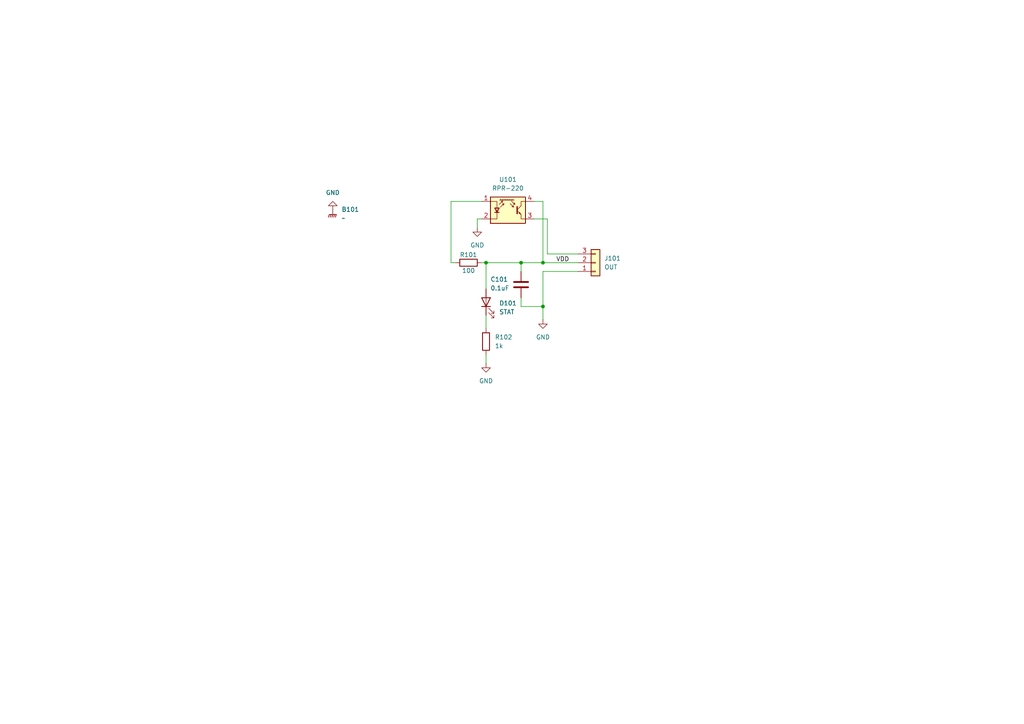
<source format=kicad_sch>
(kicad_sch (version 20250114) (generator "eeschema") (generator_version "9.0")
  (paper "A4")
  (lib_symbols
    (symbol "Connector_Generic:Conn_01x03" (pin_names (offset 1.016) (hide yes))
      (property "Reference" "J101" (at 2.54 1.2701 0))
      (property "Value" "OUT" (at 2.54 -1.2699 0))
      (symbol "Conn_01x03_1_1"
        (rectangle (start -1.27 3.81) (end 1.27 -3.81) (stroke (width 0.254)) (fill (type background)))
        (rectangle (start -1.27 2.667) (end 0 2.413) (stroke (width 0.1524)))
        (rectangle (start -1.27 0.127) (end 0 -0.127) (stroke (width 0.1524)))
        (rectangle (start -1.27 -2.413) (end 0 -2.667) (stroke (width 0.1524)))
        (pin passive line (at -5.08 2.54 0) (length 3.81) (name "Pin_1") (number "3"))
        (pin passive line (at -5.08 0 0) (length 3.81) (name "Pin_2") (number "2"))
        (pin passive line (at -5.08 -2.54 0) (length 3.81) (name "Pin_3") (number "1"))
      )
    )
    (symbol "Device:C" (pin_numbers (hide yes)) (pin_names (offset 0.254))
      (property "Reference" "C" (at 0.635 2.54 0))
      (property "Value" "C" (at 0.635 -2.54 0))
      (symbol "C_0_1"
        (polyline (pts (xy -2.032 0.762) (xy 2.032 0.762)) (stroke (width 0.508)))
        (polyline (pts (xy -2.032 -0.762) (xy 2.032 -0.762)) (stroke (width 0.508)))
      )
      (symbol "C_1_1"
        (pin passive line (at 0 3.81 270) (length 2.794) (name "~") (number "1"))
        (pin passive line (at 0 -3.81 90) (length 2.794) (name "~") (number "2"))
      )
    )
    (symbol "Device:LED" (pin_numbers (hide yes)) (pin_names (offset 1.016) (hide yes))
      (property "Reference" "D" (at 0 2.54 0))
      (property "Value" "LED" (at 0 -2.54 0))
      (symbol "LED_0_1"
        (polyline (pts (xy -3.048 -0.762) (xy -4.572 -2.286) (xy -3.81 -2.286) (xy -4.572 -2.286) (xy -4.572 -1.524)))
        (polyline (pts (xy -1.778 -0.762) (xy -3.302 -2.286) (xy -2.54 -2.286) (xy -3.302 -2.286) (xy -3.302 -1.524)))
        (polyline (pts (xy -1.27 0) (xy 1.27 0)))
        (polyline (pts (xy -1.27 -1.27) (xy -1.27 1.27)) (stroke (width 0.254)))
        (polyline (pts (xy 1.27 -1.27) (xy 1.27 1.27) (xy -1.27 0) (xy 1.27 -1.27)) (stroke (width 0.254)))
      )
      (symbol "LED_1_1"
        (pin passive line (at -3.81 0 0) (length 2.54) (name "K") (number "1"))
        (pin passive line (at 3.81 0 180) (length 2.54) (name "A") (number "2"))
      )
    )
    (symbol "Device:R" (pin_numbers (hide yes)) (pin_names (offset 0))
      (property "Reference" "R" (at 2.032 0 90))
      (property "Value" "R" (at 0 0 90))
      (symbol "R_0_1"
        (rectangle (start -1.016 -2.54) (end 1.016 2.54) (stroke (width 0.254)))
      )
      (symbol "R_1_1"
        (pin passive line (at 0 3.81 270) (length 1.27) (name "~") (number "1"))
        (pin passive line (at 0 -3.81 90) (length 1.27) (name "~") (number "2"))
      )
    )
    (symbol "Sensor_Proximity:BPR-105F" (pin_names (offset 0.0254) (hide yes))
      (property "Reference" "U101" (at 0 8.89 0))
      (property "Value" "RPR-220" (at 0 6.35 0))
      (symbol "BPR-105F_0_1"
        (polyline (pts (xy -5.08 -2.54) (xy -3.175 -2.54) (xy -3.175 2.54) (xy -5.08 2.54)))
        (polyline (pts (xy -5.08 -3.81) (xy 5.08 -3.81) (xy 5.08 3.81) (xy -5.08 3.81) (xy -5.08 -3.81)) (stroke (width 0.254)) (fill (type background)))
        (polyline (pts (xy -3.81 -0.635) (xy -2.54 -0.635)) (stroke (width 0.254)))
        (polyline (pts (xy -3.175 -0.635) (xy -3.81 0.635) (xy -2.54 0.635) (xy -3.175 -0.635)) (stroke (width 0.254)))
        (polyline (pts (xy -2.54 1.651) (xy -1.524 2.667) (xy -2.032 2.54)))
        (polyline (pts (xy -2.286 2.921) (xy -2.032 3.175)))
        (polyline (pts (xy -2.159 0.889) (xy -1.143 1.905) (xy -1.651 1.778)))
        (polyline (pts (xy -1.778 2.921) (xy -1.524 3.175)))
        (polyline (pts (xy -1.524 2.667) (xy -1.651 2.159)))
        (polyline (pts (xy -1.27 2.921) (xy -1.016 3.175)))
        (polyline (pts (xy -1.143 1.905) (xy -1.27 1.397)))
        (polyline (pts (xy -0.762 2.921) (xy -0.508 3.175)))
        (polyline (pts (xy -0.254 2.921) (xy 0 3.175)))
        (polyline (pts (xy 0.254 2.921) (xy 0.508 3.175)))
        (polyline (pts (xy 0.635 1.905) (xy 1.651 0.889) (xy 1.524 1.397)))
        (polyline (pts (xy 0.762 2.921) (xy 1.016 3.175)))
        (polyline (pts (xy 1.016 2.667) (xy 2.032 1.651) (xy 1.905 2.159)))
        (polyline (pts (xy 1.27 2.921) (xy 1.524 3.175)))
        (polyline (pts (xy 1.651 0.889) (xy 1.143 1.016)))
        (polyline (pts (xy 1.778 2.921) (xy -2.413 2.921)))
        (polyline (pts (xy 2.032 1.651) (xy 1.524 1.778)))
        (polyline (pts (xy 2.667 1.016) (xy 2.667 -1.016)) (stroke (width 0.3556)))
        (polyline (pts (xy 2.667 0.127) (xy 3.81 1.27)))
        (polyline (pts (xy 2.667 -0.127) (xy 3.81 -1.27)))
        (polyline (pts (xy 3.683 -1.143) (xy 3.429 -0.635) (xy 3.175 -0.889) (xy 3.683 -1.143)))
        (polyline (pts (xy 3.81 1.27) (xy 3.81 2.54) (xy 5.08 2.54)))
        (polyline (pts (xy 3.81 -1.27) (xy 3.81 -2.54) (xy 5.08 -2.54)))
      )
      (symbol "BPR-105F_1_1"
        (pin passive line (at -7.62 2.54 0) (length 2.54) (name "A") (number "1"))
        (pin passive line (at -7.62 -2.54 0) (length 2.54) (name "K") (number "2"))
        (pin open_collector line (at 7.62 2.54 180) (length 2.54) (name "4C") (number "4"))
        (pin open_emitter line (at 7.62 -2.54 180) (length 2.54) (name "E") (number "3"))
      )
    )
    (symbol "WOBCLibrary:Board"
      (property "Reference" "B" (at 0 2.54 0))
      (symbol "Board_0_1"
        (polyline (pts (xy -1.016 -1.27) (xy -1.27 -2.032) (xy -1.27 -2.032)) (stroke (width 0.2032)))
        (polyline (pts (xy -0.508 -1.27) (xy -0.762 -2.032) (xy -0.762 -2.032)) (stroke (width 0.2032)))
        (polyline (pts (xy 0 -1.27) (xy 0 0)))
        (polyline (pts (xy 0 -1.27) (xy -0.254 -2.032) (xy -0.254 -2.032)) (stroke (width 0.2032)))
        (polyline (pts (xy 0.508 -1.27) (xy 0.254 -2.032) (xy 0.254 -2.032)) (stroke (width 0.2032)))
        (polyline (pts (xy 1.016 -1.27) (xy -1.016 -1.27) (xy -1.016 -1.27)) (stroke (width 0.2032)))
        (polyline (pts (xy 1.016 -1.27) (xy 0.762 -2.032) (xy 0.762 -2.032) (xy 0.762 -2.032)) (stroke (width 0.2032)))
      )
      (symbol "Board_1_1"
        (pin power_in line (at 0 0 270) (length 0) (hide yes) (name "GND") (number "GND"))
      )
    )
    (symbol "power:GND" (power) (pin_numbers (hide yes)) (pin_names (offset 0) (hide yes))
      (property "Value" "GND" (at 0 -3.81 0))
      (symbol "GND_0_1"
        (polyline (pts (xy 0 0) (xy 0 -1.27) (xy 1.27 -1.27) (xy 0 -2.54) (xy -1.27 -1.27) (xy 0 -1.27)))
      )
      (symbol "GND_1_1"
        (pin power_in line (at 0 0 270) (length 0) (name "~") (number "1"))
      )
    )
  )
  (junction (at 157.48 88.9))
  (junction (at 151.13 76.2))
  (junction (at 140.97 76.2))
  (junction (at 157.48 76.2))
  (wire (pts (xy 140.97 102.87) (xy 140.97 105.41)))
  (wire (pts (xy 130.81 58.42) (xy 130.81 76.2)))
  (wire (pts (xy 157.48 88.9) (xy 157.48 92.71)))
  (wire (pts (xy 157.48 78.74) (xy 157.48 88.9)))
  (wire (pts (xy 139.7 76.2) (xy 140.97 76.2)))
  (wire (pts (xy 140.97 91.44) (xy 140.97 95.25)))
  (wire (pts (xy 151.13 76.2) (xy 157.48 76.2)))
  (wire (pts (xy 158.75 73.66) (xy 167.64 73.66)))
  (wire (pts (xy 157.48 58.42) (xy 157.48 76.2)))
  (wire (pts (xy 140.97 76.2) (xy 151.13 76.2)))
  (wire (pts (xy 130.81 76.2) (xy 132.08 76.2)))
  (wire (pts (xy 139.7 58.42) (xy 130.81 58.42)))
  (wire (pts (xy 151.13 86.36) (xy 151.13 88.9)))
  (wire (pts (xy 157.48 76.2) (xy 167.64 76.2)))
  (wire (pts (xy 138.43 63.5) (xy 138.43 66.04)))
  (wire (pts (xy 158.75 63.5) (xy 158.75 73.66)))
  (wire (pts (xy 151.13 88.9) (xy 157.48 88.9)))
  (wire (pts (xy 154.94 63.5) (xy 158.75 63.5)))
  (wire (pts (xy 140.97 76.2) (xy 140.97 83.82)))
  (wire (pts (xy 154.94 58.42) (xy 157.48 58.42)))
  (wire (pts (xy 167.64 78.74) (xy 157.48 78.74)))
  (wire (pts (xy 151.13 76.2) (xy 151.13 78.74)))
  (wire (pts (xy 138.43 63.5) (xy 139.7 63.5)))
  (label "VDD" (at 161.29 76.2 0))
  (symbol (lib_id "Device:R") (at 140.97 99.06 0) (unit 1)
    (property "Reference" "R102" (at 143.51 97.7899 0) (effects (justify left)))
    (property "Value" "1k" (at 143.51 100.3299 0) (effects (justify left)))
    (property "Footprint" "Resistor_SMD:R_0402_1005Metric" (effects (hide yes)))
    (property "Description" "Resistor" (effects (hide yes)))
  )
  (symbol (lib_id "Device:C") (at 151.13 82.55 0) (unit 1)
    (property "Reference" "C101" (at 142.24 81.026 0) (effects (justify left)))
    (property "Value" "0.1uF" (at 142.24 83.566 0) (effects (justify left)))
    (property "Footprint" "Capacitor_SMD:C_0402_1005Metric" (effects (hide yes)))
    (property "Description" "Unpolarized capacitor" (effects (hide yes)))
  )
  (symbol (lib_id "WOBCLibrary:Board") (at 96.52 60.96 0) (unit 1)
    (property "Reference" "B101" (at 99.06 60.7567 0) (effects (justify left)))
    (property "Value" "~" (at 99.06 63.2967 0) (effects (justify left)))
    (property "Footprint" "WOBCLibrary:Board_1U_60x60" (effects (hide yes)))
  )
  (symbol (lib_id "power:GND") (at 138.43 66.04 0) (unit 1)
    (property "Reference" "#PWR0102" (effects (hide yes)))
    (property "Value" "GND" (at 138.43 71.12 0))
    (property "Description" "Power symbol creates a global label with name \"GND\" , ground" (effects (hide yes)))
  )
  (symbol (lib_id "power:GND") (at 96.52 60.96 180) (unit 1)
    (property "Reference" "#PWR0103" (effects (hide yes)))
    (property "Value" "GND" (at 96.52 55.88 0))
    (property "Description" "Power symbol creates a global label with name \"GND\" , ground" (effects (hide yes)))
  )
  (symbol (lib_id "Device:R") (at 135.89 76.2 90) (unit 1)
    (property "Reference" "R101" (at 135.89 73.914 90))
    (property "Value" "100" (at 135.89 78.486 90))
    (property "Footprint" "Resistor_SMD:R_0805_2012Metric" (effects (hide yes)))
    (property "Description" "Resistor" (effects (hide yes)))
  )
  (symbol (lib_id "Connector_Generic:Conn_01x03") (at 172.72 76.2 0) (unit 1)
    (property "Reference" "J101" (at 175.26 74.9299 0) (effects (justify left)))
    (property "Value" "OUT" (at 175.26 77.4699 0) (effects (justify left)))
    (property "Footprint" "Connector_JST:JST_XH_S3B-XH-A-1_1x03_P2.50mm_Horizontal" (effects (hide yes)))
    (property "Description" "Generic connector, single row, 01x03, script generated (kicad-library-utils/schlib/autogen/connector/)" (effects (hide yes)))
  )
  (symbol (lib_id "Device:LED") (at 140.97 87.63 90) (unit 1)
    (property "Reference" "D101" (at 144.78 87.9474 90) (effects (justify right)))
    (property "Value" "STAT" (at 144.78 90.4874 90) (effects (justify right)))
    (property "Footprint" "LED_SMD:LED_0805_2012Metric" (effects (hide yes)))
    (property "Description" "Light emitting diode" (effects (hide yes)))
    (property "Sim.Pins" "1=K 2=A" (effects (hide yes)))
  )
  (symbol (lib_id "power:GND") (at 140.97 105.41 0) (unit 1)
    (property "Reference" "#PWR0104" (effects (hide yes)))
    (property "Value" "GND" (at 140.97 110.49 0))
    (property "Description" "Power symbol creates a global label with name \"GND\" , ground" (effects (hide yes)))
  )
  (symbol (lib_id "power:GND") (at 157.48 92.71 0) (unit 1)
    (property "Reference" "#PWR0101" (effects (hide yes)))
    (property "Value" "GND" (at 157.48 97.79 0))
    (property "Description" "Power symbol creates a global label with name \"GND\" , ground" (effects (hide yes)))
  )
  (symbol (lib_id "Sensor_Proximity:BPR-105F") (at 147.32 60.96 0) (unit 1)
    (property "Reference" "U101" (at 147.32 52.07 0))
    (property "Value" "RPR-220" (at 147.32 54.61 0))
    (property "Footprint" "Library:RPR220" (effects (hide yes)))
    (property "Datasheet" "http://www.ystone.com.tw/en/data/goods/IRPT/Photo%20Interrupters-Reflective%20Type.pdf" (effects (hide yes)))
    (property "Description" "Subminiature Reflective Optical Sensor, DIP-like THT-package" (effects (hide yes)))
  )
)
</source>
